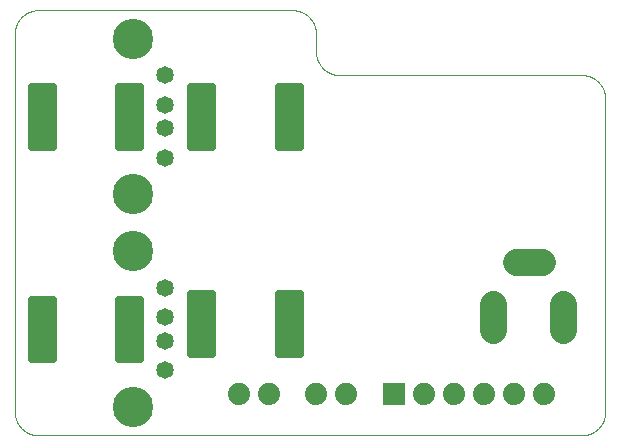
<source format=gbs>
G75*
%MOIN*%
%OFA0B0*%
%FSLAX25Y25*%
%IPPOS*%
%LPD*%
%AMOC8*
5,1,8,0,0,1.08239X$1,22.5*
%
%ADD10C,0.00000*%
%ADD11R,0.07400X0.07400*%
%ADD12C,0.07400*%
%ADD13C,0.13455*%
%ADD14C,0.05833*%
%ADD15C,0.09061*%
%ADD16C,0.02175*%
D10*
X0072397Y0058146D02*
X0253499Y0058146D01*
X0253689Y0058148D01*
X0253879Y0058155D01*
X0254069Y0058167D01*
X0254259Y0058183D01*
X0254448Y0058203D01*
X0254637Y0058229D01*
X0254825Y0058258D01*
X0255012Y0058293D01*
X0255198Y0058332D01*
X0255383Y0058375D01*
X0255568Y0058423D01*
X0255751Y0058475D01*
X0255932Y0058531D01*
X0256112Y0058592D01*
X0256291Y0058658D01*
X0256468Y0058727D01*
X0256644Y0058801D01*
X0256817Y0058879D01*
X0256989Y0058962D01*
X0257158Y0059048D01*
X0257326Y0059138D01*
X0257491Y0059233D01*
X0257654Y0059331D01*
X0257814Y0059434D01*
X0257972Y0059540D01*
X0258127Y0059650D01*
X0258280Y0059763D01*
X0258430Y0059881D01*
X0258576Y0060002D01*
X0258720Y0060126D01*
X0258861Y0060254D01*
X0258999Y0060385D01*
X0259134Y0060520D01*
X0259265Y0060658D01*
X0259393Y0060799D01*
X0259517Y0060943D01*
X0259638Y0061089D01*
X0259756Y0061239D01*
X0259869Y0061392D01*
X0259979Y0061547D01*
X0260085Y0061705D01*
X0260188Y0061865D01*
X0260286Y0062028D01*
X0260381Y0062193D01*
X0260471Y0062361D01*
X0260557Y0062530D01*
X0260640Y0062702D01*
X0260718Y0062875D01*
X0260792Y0063051D01*
X0260861Y0063228D01*
X0260927Y0063407D01*
X0260988Y0063587D01*
X0261044Y0063768D01*
X0261096Y0063951D01*
X0261144Y0064136D01*
X0261187Y0064321D01*
X0261226Y0064507D01*
X0261261Y0064694D01*
X0261290Y0064882D01*
X0261316Y0065071D01*
X0261336Y0065260D01*
X0261352Y0065450D01*
X0261364Y0065640D01*
X0261371Y0065830D01*
X0261373Y0066020D01*
X0261373Y0170350D01*
X0261371Y0170540D01*
X0261364Y0170730D01*
X0261352Y0170920D01*
X0261336Y0171110D01*
X0261316Y0171299D01*
X0261290Y0171488D01*
X0261261Y0171676D01*
X0261226Y0171863D01*
X0261187Y0172049D01*
X0261144Y0172234D01*
X0261096Y0172419D01*
X0261044Y0172602D01*
X0260988Y0172783D01*
X0260927Y0172963D01*
X0260861Y0173142D01*
X0260792Y0173319D01*
X0260718Y0173495D01*
X0260640Y0173668D01*
X0260557Y0173840D01*
X0260471Y0174009D01*
X0260381Y0174177D01*
X0260286Y0174342D01*
X0260188Y0174505D01*
X0260085Y0174665D01*
X0259979Y0174823D01*
X0259869Y0174978D01*
X0259756Y0175131D01*
X0259638Y0175281D01*
X0259517Y0175427D01*
X0259393Y0175571D01*
X0259265Y0175712D01*
X0259134Y0175850D01*
X0258999Y0175985D01*
X0258861Y0176116D01*
X0258720Y0176244D01*
X0258576Y0176368D01*
X0258430Y0176489D01*
X0258280Y0176607D01*
X0258127Y0176720D01*
X0257972Y0176830D01*
X0257814Y0176936D01*
X0257654Y0177039D01*
X0257491Y0177137D01*
X0257326Y0177232D01*
X0257158Y0177322D01*
X0256989Y0177408D01*
X0256817Y0177491D01*
X0256644Y0177569D01*
X0256468Y0177643D01*
X0256291Y0177712D01*
X0256112Y0177778D01*
X0255932Y0177839D01*
X0255751Y0177895D01*
X0255568Y0177947D01*
X0255383Y0177995D01*
X0255198Y0178038D01*
X0255012Y0178077D01*
X0254825Y0178112D01*
X0254637Y0178141D01*
X0254448Y0178167D01*
X0254259Y0178187D01*
X0254069Y0178203D01*
X0253879Y0178215D01*
X0253689Y0178222D01*
X0253499Y0178224D01*
X0172791Y0178224D01*
X0172601Y0178226D01*
X0172411Y0178233D01*
X0172221Y0178245D01*
X0172031Y0178261D01*
X0171842Y0178281D01*
X0171653Y0178307D01*
X0171465Y0178336D01*
X0171278Y0178371D01*
X0171092Y0178410D01*
X0170907Y0178453D01*
X0170722Y0178501D01*
X0170539Y0178553D01*
X0170358Y0178609D01*
X0170178Y0178670D01*
X0169999Y0178736D01*
X0169822Y0178805D01*
X0169646Y0178879D01*
X0169473Y0178957D01*
X0169301Y0179040D01*
X0169132Y0179126D01*
X0168964Y0179216D01*
X0168799Y0179311D01*
X0168636Y0179409D01*
X0168476Y0179512D01*
X0168318Y0179618D01*
X0168163Y0179728D01*
X0168010Y0179841D01*
X0167860Y0179959D01*
X0167714Y0180080D01*
X0167570Y0180204D01*
X0167429Y0180332D01*
X0167291Y0180463D01*
X0167156Y0180598D01*
X0167025Y0180736D01*
X0166897Y0180877D01*
X0166773Y0181021D01*
X0166652Y0181167D01*
X0166534Y0181317D01*
X0166421Y0181470D01*
X0166311Y0181625D01*
X0166205Y0181783D01*
X0166102Y0181943D01*
X0166004Y0182106D01*
X0165909Y0182271D01*
X0165819Y0182439D01*
X0165733Y0182608D01*
X0165650Y0182780D01*
X0165572Y0182953D01*
X0165498Y0183129D01*
X0165429Y0183306D01*
X0165363Y0183485D01*
X0165302Y0183665D01*
X0165246Y0183846D01*
X0165194Y0184029D01*
X0165146Y0184214D01*
X0165103Y0184399D01*
X0165064Y0184585D01*
X0165029Y0184772D01*
X0165000Y0184960D01*
X0164974Y0185149D01*
X0164954Y0185338D01*
X0164938Y0185528D01*
X0164926Y0185718D01*
X0164919Y0185908D01*
X0164917Y0186098D01*
X0164917Y0192004D01*
X0164915Y0192194D01*
X0164908Y0192384D01*
X0164896Y0192574D01*
X0164880Y0192764D01*
X0164860Y0192953D01*
X0164834Y0193142D01*
X0164805Y0193330D01*
X0164770Y0193517D01*
X0164731Y0193703D01*
X0164688Y0193888D01*
X0164640Y0194073D01*
X0164588Y0194256D01*
X0164532Y0194437D01*
X0164471Y0194617D01*
X0164405Y0194796D01*
X0164336Y0194973D01*
X0164262Y0195149D01*
X0164184Y0195322D01*
X0164101Y0195494D01*
X0164015Y0195663D01*
X0163925Y0195831D01*
X0163830Y0195996D01*
X0163732Y0196159D01*
X0163629Y0196319D01*
X0163523Y0196477D01*
X0163413Y0196632D01*
X0163300Y0196785D01*
X0163182Y0196935D01*
X0163061Y0197081D01*
X0162937Y0197225D01*
X0162809Y0197366D01*
X0162678Y0197504D01*
X0162543Y0197639D01*
X0162405Y0197770D01*
X0162264Y0197898D01*
X0162120Y0198022D01*
X0161974Y0198143D01*
X0161824Y0198261D01*
X0161671Y0198374D01*
X0161516Y0198484D01*
X0161358Y0198590D01*
X0161198Y0198693D01*
X0161035Y0198791D01*
X0160870Y0198886D01*
X0160702Y0198976D01*
X0160533Y0199062D01*
X0160361Y0199145D01*
X0160188Y0199223D01*
X0160012Y0199297D01*
X0159835Y0199366D01*
X0159656Y0199432D01*
X0159476Y0199493D01*
X0159295Y0199549D01*
X0159112Y0199601D01*
X0158927Y0199649D01*
X0158742Y0199692D01*
X0158556Y0199731D01*
X0158369Y0199766D01*
X0158181Y0199795D01*
X0157992Y0199821D01*
X0157803Y0199841D01*
X0157613Y0199857D01*
X0157423Y0199869D01*
X0157233Y0199876D01*
X0157043Y0199878D01*
X0072397Y0199878D01*
X0072207Y0199876D01*
X0072017Y0199869D01*
X0071827Y0199857D01*
X0071637Y0199841D01*
X0071448Y0199821D01*
X0071259Y0199795D01*
X0071071Y0199766D01*
X0070884Y0199731D01*
X0070698Y0199692D01*
X0070513Y0199649D01*
X0070328Y0199601D01*
X0070145Y0199549D01*
X0069964Y0199493D01*
X0069784Y0199432D01*
X0069605Y0199366D01*
X0069428Y0199297D01*
X0069252Y0199223D01*
X0069079Y0199145D01*
X0068907Y0199062D01*
X0068738Y0198976D01*
X0068570Y0198886D01*
X0068405Y0198791D01*
X0068242Y0198693D01*
X0068082Y0198590D01*
X0067924Y0198484D01*
X0067769Y0198374D01*
X0067616Y0198261D01*
X0067466Y0198143D01*
X0067320Y0198022D01*
X0067176Y0197898D01*
X0067035Y0197770D01*
X0066897Y0197639D01*
X0066762Y0197504D01*
X0066631Y0197366D01*
X0066503Y0197225D01*
X0066379Y0197081D01*
X0066258Y0196935D01*
X0066140Y0196785D01*
X0066027Y0196632D01*
X0065917Y0196477D01*
X0065811Y0196319D01*
X0065708Y0196159D01*
X0065610Y0195996D01*
X0065515Y0195831D01*
X0065425Y0195663D01*
X0065339Y0195494D01*
X0065256Y0195322D01*
X0065178Y0195149D01*
X0065104Y0194973D01*
X0065035Y0194796D01*
X0064969Y0194617D01*
X0064908Y0194437D01*
X0064852Y0194256D01*
X0064800Y0194073D01*
X0064752Y0193888D01*
X0064709Y0193703D01*
X0064670Y0193517D01*
X0064635Y0193330D01*
X0064606Y0193142D01*
X0064580Y0192953D01*
X0064560Y0192764D01*
X0064544Y0192574D01*
X0064532Y0192384D01*
X0064525Y0192194D01*
X0064523Y0192004D01*
X0064523Y0066020D01*
X0064525Y0065830D01*
X0064532Y0065640D01*
X0064544Y0065450D01*
X0064560Y0065260D01*
X0064580Y0065071D01*
X0064606Y0064882D01*
X0064635Y0064694D01*
X0064670Y0064507D01*
X0064709Y0064321D01*
X0064752Y0064136D01*
X0064800Y0063951D01*
X0064852Y0063768D01*
X0064908Y0063587D01*
X0064969Y0063407D01*
X0065035Y0063228D01*
X0065104Y0063051D01*
X0065178Y0062875D01*
X0065256Y0062702D01*
X0065339Y0062530D01*
X0065425Y0062361D01*
X0065515Y0062193D01*
X0065610Y0062028D01*
X0065708Y0061865D01*
X0065811Y0061705D01*
X0065917Y0061547D01*
X0066027Y0061392D01*
X0066140Y0061239D01*
X0066258Y0061089D01*
X0066379Y0060943D01*
X0066503Y0060799D01*
X0066631Y0060658D01*
X0066762Y0060520D01*
X0066897Y0060385D01*
X0067035Y0060254D01*
X0067176Y0060126D01*
X0067320Y0060002D01*
X0067466Y0059881D01*
X0067616Y0059763D01*
X0067769Y0059650D01*
X0067924Y0059540D01*
X0068082Y0059434D01*
X0068242Y0059331D01*
X0068405Y0059233D01*
X0068570Y0059138D01*
X0068738Y0059048D01*
X0068907Y0058962D01*
X0069079Y0058879D01*
X0069252Y0058801D01*
X0069428Y0058727D01*
X0069605Y0058658D01*
X0069784Y0058592D01*
X0069964Y0058531D01*
X0070145Y0058475D01*
X0070328Y0058423D01*
X0070513Y0058375D01*
X0070698Y0058332D01*
X0070884Y0058293D01*
X0071071Y0058258D01*
X0071259Y0058229D01*
X0071448Y0058203D01*
X0071637Y0058183D01*
X0071827Y0058167D01*
X0072017Y0058155D01*
X0072207Y0058148D01*
X0072397Y0058146D01*
D11*
X0191098Y0071925D03*
D12*
X0201098Y0071925D03*
X0211098Y0071925D03*
X0221098Y0071925D03*
X0231098Y0071925D03*
X0241098Y0071925D03*
X0174917Y0071925D03*
X0164917Y0071925D03*
X0149326Y0071925D03*
X0139326Y0071925D03*
D13*
X0103893Y0067713D03*
X0103893Y0119445D03*
X0103893Y0138579D03*
X0103893Y0190311D03*
D14*
X0114562Y0178224D03*
X0114562Y0168382D03*
X0114562Y0160508D03*
X0114562Y0150665D03*
X0114562Y0107358D03*
X0114562Y0097516D03*
X0114562Y0089642D03*
X0114562Y0079799D03*
D15*
X0223972Y0093185D02*
X0223972Y0101846D01*
X0231452Y0116020D02*
X0240113Y0116020D01*
X0247200Y0101846D02*
X0247200Y0093185D01*
D16*
X0159501Y0105683D02*
X0152221Y0105683D01*
X0159501Y0105683D02*
X0159501Y0085411D01*
X0152221Y0085411D01*
X0152221Y0105683D01*
X0152221Y0087477D02*
X0159501Y0087477D01*
X0159501Y0089543D02*
X0152221Y0089543D01*
X0152221Y0091609D02*
X0159501Y0091609D01*
X0159501Y0093675D02*
X0152221Y0093675D01*
X0152221Y0095741D02*
X0159501Y0095741D01*
X0159501Y0097807D02*
X0152221Y0097807D01*
X0152221Y0099873D02*
X0159501Y0099873D01*
X0159501Y0101939D02*
X0152221Y0101939D01*
X0152221Y0104005D02*
X0159501Y0104005D01*
X0130368Y0105683D02*
X0123088Y0105683D01*
X0130368Y0105683D02*
X0130368Y0085411D01*
X0123088Y0085411D01*
X0123088Y0105683D01*
X0123088Y0087477D02*
X0130368Y0087477D01*
X0130368Y0089543D02*
X0123088Y0089543D01*
X0123088Y0091609D02*
X0130368Y0091609D01*
X0130368Y0093675D02*
X0123088Y0093675D01*
X0123088Y0095741D02*
X0130368Y0095741D01*
X0130368Y0097807D02*
X0123088Y0097807D01*
X0123088Y0099873D02*
X0130368Y0099873D01*
X0130368Y0101939D02*
X0123088Y0101939D01*
X0123088Y0104005D02*
X0130368Y0104005D01*
X0106352Y0083443D02*
X0099072Y0083443D01*
X0099072Y0103715D01*
X0106352Y0103715D01*
X0106352Y0083443D01*
X0106352Y0085509D02*
X0099072Y0085509D01*
X0099072Y0087575D02*
X0106352Y0087575D01*
X0106352Y0089641D02*
X0099072Y0089641D01*
X0099072Y0091707D02*
X0106352Y0091707D01*
X0106352Y0093773D02*
X0099072Y0093773D01*
X0099072Y0095839D02*
X0106352Y0095839D01*
X0106352Y0097905D02*
X0099072Y0097905D01*
X0099072Y0099971D02*
X0106352Y0099971D01*
X0106352Y0102037D02*
X0099072Y0102037D01*
X0077218Y0083443D02*
X0069938Y0083443D01*
X0069938Y0103715D01*
X0077218Y0103715D01*
X0077218Y0083443D01*
X0077218Y0085509D02*
X0069938Y0085509D01*
X0069938Y0087575D02*
X0077218Y0087575D01*
X0077218Y0089641D02*
X0069938Y0089641D01*
X0069938Y0091707D02*
X0077218Y0091707D01*
X0077218Y0093773D02*
X0069938Y0093773D01*
X0069938Y0095839D02*
X0077218Y0095839D01*
X0077218Y0097905D02*
X0069938Y0097905D01*
X0069938Y0099971D02*
X0077218Y0099971D01*
X0077218Y0102037D02*
X0069938Y0102037D01*
X0069938Y0154309D02*
X0077218Y0154309D01*
X0069938Y0154309D02*
X0069938Y0174581D01*
X0077218Y0174581D01*
X0077218Y0154309D01*
X0077218Y0156375D02*
X0069938Y0156375D01*
X0069938Y0158441D02*
X0077218Y0158441D01*
X0077218Y0160507D02*
X0069938Y0160507D01*
X0069938Y0162573D02*
X0077218Y0162573D01*
X0077218Y0164639D02*
X0069938Y0164639D01*
X0069938Y0166705D02*
X0077218Y0166705D01*
X0077218Y0168771D02*
X0069938Y0168771D01*
X0069938Y0170837D02*
X0077218Y0170837D01*
X0077218Y0172903D02*
X0069938Y0172903D01*
X0099072Y0154309D02*
X0106352Y0154309D01*
X0099072Y0154309D02*
X0099072Y0174581D01*
X0106352Y0174581D01*
X0106352Y0154309D01*
X0106352Y0156375D02*
X0099072Y0156375D01*
X0099072Y0158441D02*
X0106352Y0158441D01*
X0106352Y0160507D02*
X0099072Y0160507D01*
X0099072Y0162573D02*
X0106352Y0162573D01*
X0106352Y0164639D02*
X0099072Y0164639D01*
X0099072Y0166705D02*
X0106352Y0166705D01*
X0106352Y0168771D02*
X0099072Y0168771D01*
X0099072Y0170837D02*
X0106352Y0170837D01*
X0106352Y0172903D02*
X0099072Y0172903D01*
X0123088Y0174581D02*
X0130368Y0174581D01*
X0130368Y0154309D01*
X0123088Y0154309D01*
X0123088Y0174581D01*
X0123088Y0156375D02*
X0130368Y0156375D01*
X0130368Y0158441D02*
X0123088Y0158441D01*
X0123088Y0160507D02*
X0130368Y0160507D01*
X0130368Y0162573D02*
X0123088Y0162573D01*
X0123088Y0164639D02*
X0130368Y0164639D01*
X0130368Y0166705D02*
X0123088Y0166705D01*
X0123088Y0168771D02*
X0130368Y0168771D01*
X0130368Y0170837D02*
X0123088Y0170837D01*
X0123088Y0172903D02*
X0130368Y0172903D01*
X0152221Y0174581D02*
X0159501Y0174581D01*
X0159501Y0154309D01*
X0152221Y0154309D01*
X0152221Y0174581D01*
X0152221Y0156375D02*
X0159501Y0156375D01*
X0159501Y0158441D02*
X0152221Y0158441D01*
X0152221Y0160507D02*
X0159501Y0160507D01*
X0159501Y0162573D02*
X0152221Y0162573D01*
X0152221Y0164639D02*
X0159501Y0164639D01*
X0159501Y0166705D02*
X0152221Y0166705D01*
X0152221Y0168771D02*
X0159501Y0168771D01*
X0159501Y0170837D02*
X0152221Y0170837D01*
X0152221Y0172903D02*
X0159501Y0172903D01*
M02*

</source>
